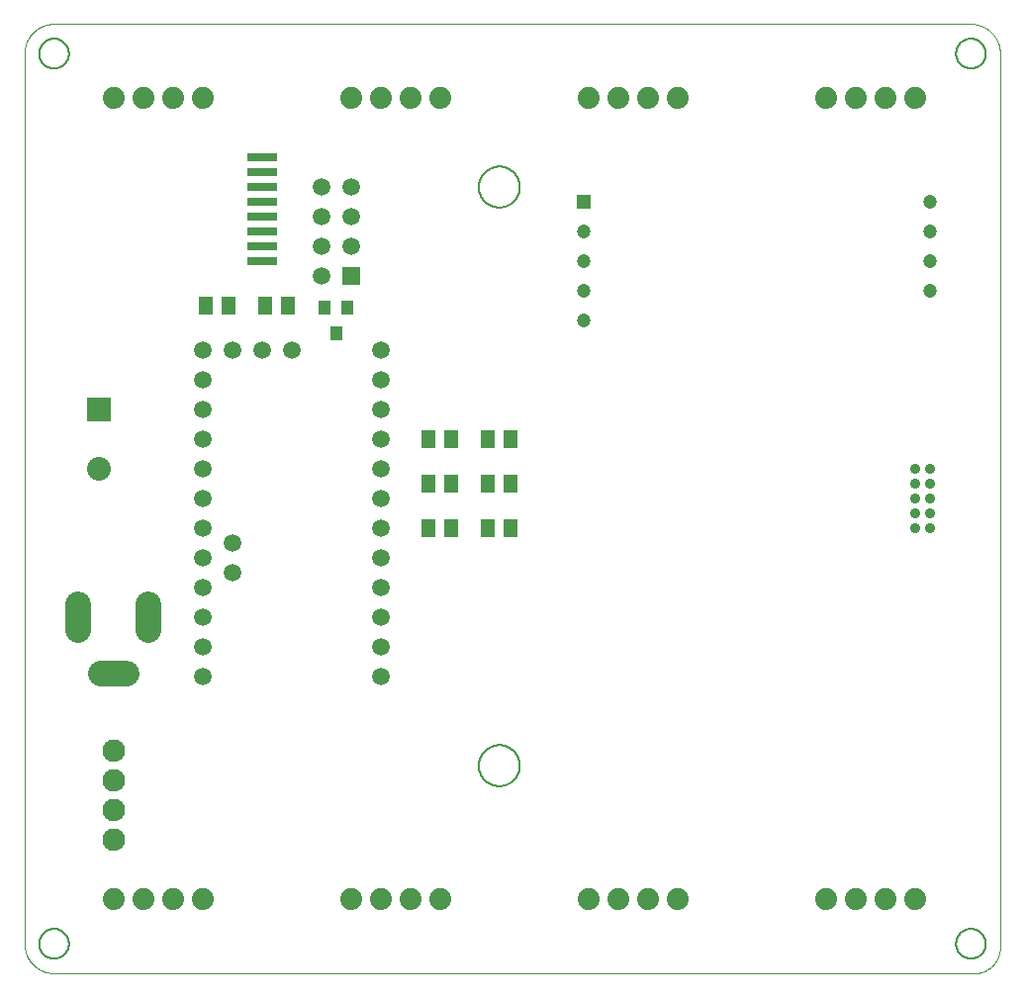
<source format=gts>
G75*
%MOIN*%
%OFA0B0*%
%FSLAX25Y25*%
%IPPOS*%
%LPD*%
%AMOC8*
5,1,8,0,0,1.08239X$1,22.5*
%
%ADD10C,0.00000*%
%ADD11C,0.00600*%
%ADD12C,0.07400*%
%ADD13C,0.08600*%
%ADD14C,0.05906*%
%ADD15R,0.04724X0.04724*%
%ADD16C,0.04724*%
%ADD17R,0.10000X0.03000*%
%ADD18R,0.05118X0.05906*%
%ADD19R,0.08000X0.08000*%
%ADD20C,0.08000*%
%ADD21R,0.04000X0.04724*%
%ADD22C,0.03562*%
%ADD23C,0.07600*%
%ADD24R,0.05906X0.05906*%
D10*
X0013520Y0011600D02*
X0013520Y0311561D01*
X0013523Y0311803D01*
X0013532Y0312044D01*
X0013546Y0312285D01*
X0013567Y0312526D01*
X0013593Y0312766D01*
X0013625Y0313006D01*
X0013663Y0313245D01*
X0013706Y0313482D01*
X0013756Y0313719D01*
X0013811Y0313954D01*
X0013871Y0314188D01*
X0013938Y0314420D01*
X0014009Y0314651D01*
X0014087Y0314880D01*
X0014170Y0315107D01*
X0014258Y0315332D01*
X0014352Y0315555D01*
X0014451Y0315775D01*
X0014556Y0315993D01*
X0014665Y0316208D01*
X0014780Y0316421D01*
X0014900Y0316631D01*
X0015025Y0316837D01*
X0015155Y0317041D01*
X0015290Y0317242D01*
X0015430Y0317439D01*
X0015574Y0317633D01*
X0015723Y0317823D01*
X0015877Y0318009D01*
X0016035Y0318192D01*
X0016197Y0318371D01*
X0016364Y0318546D01*
X0016535Y0318717D01*
X0016710Y0318884D01*
X0016889Y0319046D01*
X0017072Y0319204D01*
X0017258Y0319358D01*
X0017448Y0319507D01*
X0017642Y0319651D01*
X0017839Y0319791D01*
X0018040Y0319926D01*
X0018244Y0320056D01*
X0018450Y0320181D01*
X0018660Y0320301D01*
X0018873Y0320416D01*
X0019088Y0320525D01*
X0019306Y0320630D01*
X0019526Y0320729D01*
X0019749Y0320823D01*
X0019974Y0320911D01*
X0020201Y0320994D01*
X0020430Y0321072D01*
X0020661Y0321143D01*
X0020893Y0321210D01*
X0021127Y0321270D01*
X0021362Y0321325D01*
X0021599Y0321375D01*
X0021836Y0321418D01*
X0022075Y0321456D01*
X0022315Y0321488D01*
X0022555Y0321514D01*
X0022796Y0321535D01*
X0023037Y0321549D01*
X0023278Y0321558D01*
X0023520Y0321561D01*
X0332260Y0321561D01*
X0332501Y0321558D01*
X0332741Y0321549D01*
X0332982Y0321535D01*
X0333221Y0321514D01*
X0333461Y0321488D01*
X0333699Y0321456D01*
X0333937Y0321419D01*
X0334174Y0321375D01*
X0334409Y0321326D01*
X0334644Y0321272D01*
X0334877Y0321211D01*
X0335108Y0321145D01*
X0335338Y0321073D01*
X0335566Y0320996D01*
X0335792Y0320914D01*
X0336016Y0320826D01*
X0336238Y0320732D01*
X0336458Y0320633D01*
X0336675Y0320529D01*
X0336889Y0320420D01*
X0337101Y0320306D01*
X0337310Y0320186D01*
X0337516Y0320062D01*
X0337719Y0319932D01*
X0337918Y0319798D01*
X0338115Y0319659D01*
X0338308Y0319515D01*
X0338497Y0319366D01*
X0338683Y0319213D01*
X0338865Y0319056D01*
X0339044Y0318894D01*
X0339218Y0318728D01*
X0339388Y0318558D01*
X0339554Y0318384D01*
X0339716Y0318205D01*
X0339873Y0318023D01*
X0340026Y0317837D01*
X0340175Y0317648D01*
X0340319Y0317455D01*
X0340458Y0317258D01*
X0340592Y0317059D01*
X0340722Y0316856D01*
X0340846Y0316650D01*
X0340966Y0316441D01*
X0341080Y0316229D01*
X0341189Y0316015D01*
X0341293Y0315798D01*
X0341392Y0315578D01*
X0341486Y0315356D01*
X0341574Y0315132D01*
X0341656Y0314906D01*
X0341733Y0314678D01*
X0341805Y0314448D01*
X0341871Y0314217D01*
X0341932Y0313984D01*
X0341986Y0313749D01*
X0342035Y0313514D01*
X0342079Y0313277D01*
X0342116Y0313039D01*
X0342148Y0312801D01*
X0342174Y0312561D01*
X0342195Y0312322D01*
X0342209Y0312081D01*
X0342218Y0311841D01*
X0342221Y0311600D01*
X0342220Y0311600D02*
X0342220Y0010301D01*
X0342221Y0010301D02*
X0342218Y0010091D01*
X0342211Y0009881D01*
X0342198Y0009671D01*
X0342180Y0009461D01*
X0342158Y0009252D01*
X0342130Y0009044D01*
X0342097Y0008836D01*
X0342059Y0008629D01*
X0342016Y0008423D01*
X0341968Y0008219D01*
X0341915Y0008015D01*
X0341858Y0007813D01*
X0341795Y0007612D01*
X0341728Y0007413D01*
X0341656Y0007216D01*
X0341579Y0007020D01*
X0341497Y0006826D01*
X0341411Y0006634D01*
X0341320Y0006445D01*
X0341224Y0006257D01*
X0341124Y0006072D01*
X0341020Y0005890D01*
X0340911Y0005710D01*
X0340798Y0005533D01*
X0340681Y0005358D01*
X0340559Y0005187D01*
X0340434Y0005018D01*
X0340304Y0004853D01*
X0340170Y0004690D01*
X0340033Y0004531D01*
X0339891Y0004375D01*
X0339746Y0004223D01*
X0339598Y0004075D01*
X0339446Y0003930D01*
X0339290Y0003788D01*
X0339131Y0003651D01*
X0338968Y0003517D01*
X0338803Y0003387D01*
X0338634Y0003262D01*
X0338463Y0003140D01*
X0338288Y0003023D01*
X0338111Y0002910D01*
X0337931Y0002801D01*
X0337749Y0002697D01*
X0337564Y0002597D01*
X0337376Y0002501D01*
X0337187Y0002410D01*
X0336995Y0002324D01*
X0336801Y0002242D01*
X0336605Y0002165D01*
X0336408Y0002093D01*
X0336209Y0002026D01*
X0336008Y0001963D01*
X0335806Y0001906D01*
X0335602Y0001853D01*
X0335398Y0001805D01*
X0335192Y0001762D01*
X0334985Y0001724D01*
X0334777Y0001691D01*
X0334569Y0001663D01*
X0334360Y0001641D01*
X0334150Y0001623D01*
X0333940Y0001610D01*
X0333730Y0001603D01*
X0333520Y0001600D01*
X0023520Y0001600D01*
X0023278Y0001603D01*
X0023037Y0001612D01*
X0022796Y0001626D01*
X0022555Y0001647D01*
X0022315Y0001673D01*
X0022075Y0001705D01*
X0021836Y0001743D01*
X0021599Y0001786D01*
X0021362Y0001836D01*
X0021127Y0001891D01*
X0020893Y0001951D01*
X0020661Y0002018D01*
X0020430Y0002089D01*
X0020201Y0002167D01*
X0019974Y0002250D01*
X0019749Y0002338D01*
X0019526Y0002432D01*
X0019306Y0002531D01*
X0019088Y0002636D01*
X0018873Y0002745D01*
X0018660Y0002860D01*
X0018450Y0002980D01*
X0018244Y0003105D01*
X0018040Y0003235D01*
X0017839Y0003370D01*
X0017642Y0003510D01*
X0017448Y0003654D01*
X0017258Y0003803D01*
X0017072Y0003957D01*
X0016889Y0004115D01*
X0016710Y0004277D01*
X0016535Y0004444D01*
X0016364Y0004615D01*
X0016197Y0004790D01*
X0016035Y0004969D01*
X0015877Y0005152D01*
X0015723Y0005338D01*
X0015574Y0005528D01*
X0015430Y0005722D01*
X0015290Y0005919D01*
X0015155Y0006120D01*
X0015025Y0006324D01*
X0014900Y0006530D01*
X0014780Y0006740D01*
X0014665Y0006953D01*
X0014556Y0007168D01*
X0014451Y0007386D01*
X0014352Y0007606D01*
X0014258Y0007829D01*
X0014170Y0008054D01*
X0014087Y0008281D01*
X0014009Y0008510D01*
X0013938Y0008741D01*
X0013871Y0008973D01*
X0013811Y0009207D01*
X0013756Y0009442D01*
X0013706Y0009679D01*
X0013663Y0009916D01*
X0013625Y0010155D01*
X0013593Y0010395D01*
X0013567Y0010635D01*
X0013546Y0010876D01*
X0013532Y0011117D01*
X0013523Y0011358D01*
X0013520Y0011600D01*
D11*
X0018520Y0011600D02*
X0018522Y0011741D01*
X0018528Y0011882D01*
X0018538Y0012022D01*
X0018552Y0012162D01*
X0018570Y0012302D01*
X0018591Y0012441D01*
X0018617Y0012580D01*
X0018646Y0012718D01*
X0018680Y0012854D01*
X0018717Y0012990D01*
X0018758Y0013125D01*
X0018803Y0013259D01*
X0018852Y0013391D01*
X0018904Y0013522D01*
X0018960Y0013651D01*
X0019020Y0013778D01*
X0019083Y0013904D01*
X0019149Y0014028D01*
X0019220Y0014151D01*
X0019293Y0014271D01*
X0019370Y0014389D01*
X0019450Y0014505D01*
X0019534Y0014618D01*
X0019620Y0014729D01*
X0019710Y0014838D01*
X0019803Y0014944D01*
X0019898Y0015047D01*
X0019997Y0015148D01*
X0020098Y0015246D01*
X0020202Y0015341D01*
X0020309Y0015433D01*
X0020418Y0015522D01*
X0020530Y0015607D01*
X0020644Y0015690D01*
X0020760Y0015770D01*
X0020879Y0015846D01*
X0021000Y0015918D01*
X0021122Y0015988D01*
X0021247Y0016053D01*
X0021373Y0016116D01*
X0021501Y0016174D01*
X0021631Y0016229D01*
X0021762Y0016281D01*
X0021895Y0016328D01*
X0022029Y0016372D01*
X0022164Y0016413D01*
X0022300Y0016449D01*
X0022437Y0016481D01*
X0022575Y0016510D01*
X0022713Y0016535D01*
X0022853Y0016555D01*
X0022993Y0016572D01*
X0023133Y0016585D01*
X0023274Y0016594D01*
X0023414Y0016599D01*
X0023555Y0016600D01*
X0023696Y0016597D01*
X0023837Y0016590D01*
X0023977Y0016579D01*
X0024117Y0016564D01*
X0024257Y0016545D01*
X0024396Y0016523D01*
X0024534Y0016496D01*
X0024672Y0016466D01*
X0024808Y0016431D01*
X0024944Y0016393D01*
X0025078Y0016351D01*
X0025212Y0016305D01*
X0025344Y0016256D01*
X0025474Y0016202D01*
X0025603Y0016145D01*
X0025730Y0016085D01*
X0025856Y0016021D01*
X0025979Y0015953D01*
X0026101Y0015882D01*
X0026221Y0015808D01*
X0026338Y0015730D01*
X0026453Y0015649D01*
X0026566Y0015565D01*
X0026677Y0015478D01*
X0026785Y0015387D01*
X0026890Y0015294D01*
X0026993Y0015197D01*
X0027093Y0015098D01*
X0027190Y0014996D01*
X0027284Y0014891D01*
X0027375Y0014784D01*
X0027463Y0014674D01*
X0027548Y0014562D01*
X0027630Y0014447D01*
X0027709Y0014330D01*
X0027784Y0014211D01*
X0027856Y0014090D01*
X0027924Y0013967D01*
X0027989Y0013842D01*
X0028051Y0013715D01*
X0028108Y0013586D01*
X0028163Y0013456D01*
X0028213Y0013325D01*
X0028260Y0013192D01*
X0028303Y0013058D01*
X0028342Y0012922D01*
X0028377Y0012786D01*
X0028409Y0012649D01*
X0028436Y0012511D01*
X0028460Y0012372D01*
X0028480Y0012232D01*
X0028496Y0012092D01*
X0028508Y0011952D01*
X0028516Y0011811D01*
X0028520Y0011670D01*
X0028520Y0011530D01*
X0028516Y0011389D01*
X0028508Y0011248D01*
X0028496Y0011108D01*
X0028480Y0010968D01*
X0028460Y0010828D01*
X0028436Y0010689D01*
X0028409Y0010551D01*
X0028377Y0010414D01*
X0028342Y0010278D01*
X0028303Y0010142D01*
X0028260Y0010008D01*
X0028213Y0009875D01*
X0028163Y0009744D01*
X0028108Y0009614D01*
X0028051Y0009485D01*
X0027989Y0009358D01*
X0027924Y0009233D01*
X0027856Y0009110D01*
X0027784Y0008989D01*
X0027709Y0008870D01*
X0027630Y0008753D01*
X0027548Y0008638D01*
X0027463Y0008526D01*
X0027375Y0008416D01*
X0027284Y0008309D01*
X0027190Y0008204D01*
X0027093Y0008102D01*
X0026993Y0008003D01*
X0026890Y0007906D01*
X0026785Y0007813D01*
X0026677Y0007722D01*
X0026566Y0007635D01*
X0026453Y0007551D01*
X0026338Y0007470D01*
X0026221Y0007392D01*
X0026101Y0007318D01*
X0025979Y0007247D01*
X0025856Y0007179D01*
X0025730Y0007115D01*
X0025603Y0007055D01*
X0025474Y0006998D01*
X0025344Y0006944D01*
X0025212Y0006895D01*
X0025078Y0006849D01*
X0024944Y0006807D01*
X0024808Y0006769D01*
X0024672Y0006734D01*
X0024534Y0006704D01*
X0024396Y0006677D01*
X0024257Y0006655D01*
X0024117Y0006636D01*
X0023977Y0006621D01*
X0023837Y0006610D01*
X0023696Y0006603D01*
X0023555Y0006600D01*
X0023414Y0006601D01*
X0023274Y0006606D01*
X0023133Y0006615D01*
X0022993Y0006628D01*
X0022853Y0006645D01*
X0022713Y0006665D01*
X0022575Y0006690D01*
X0022437Y0006719D01*
X0022300Y0006751D01*
X0022164Y0006787D01*
X0022029Y0006828D01*
X0021895Y0006872D01*
X0021762Y0006919D01*
X0021631Y0006971D01*
X0021501Y0007026D01*
X0021373Y0007084D01*
X0021247Y0007147D01*
X0021122Y0007212D01*
X0021000Y0007282D01*
X0020879Y0007354D01*
X0020760Y0007430D01*
X0020644Y0007510D01*
X0020530Y0007593D01*
X0020418Y0007678D01*
X0020309Y0007767D01*
X0020202Y0007859D01*
X0020098Y0007954D01*
X0019997Y0008052D01*
X0019898Y0008153D01*
X0019803Y0008256D01*
X0019710Y0008362D01*
X0019620Y0008471D01*
X0019534Y0008582D01*
X0019450Y0008695D01*
X0019370Y0008811D01*
X0019293Y0008929D01*
X0019220Y0009049D01*
X0019149Y0009172D01*
X0019083Y0009296D01*
X0019020Y0009422D01*
X0018960Y0009549D01*
X0018904Y0009678D01*
X0018852Y0009809D01*
X0018803Y0009941D01*
X0018758Y0010075D01*
X0018717Y0010210D01*
X0018680Y0010346D01*
X0018646Y0010482D01*
X0018617Y0010620D01*
X0018591Y0010759D01*
X0018570Y0010898D01*
X0018552Y0011038D01*
X0018538Y0011178D01*
X0018528Y0011318D01*
X0018522Y0011459D01*
X0018520Y0011600D01*
X0166630Y0071600D02*
X0166632Y0071769D01*
X0166638Y0071938D01*
X0166649Y0072107D01*
X0166663Y0072275D01*
X0166682Y0072443D01*
X0166705Y0072611D01*
X0166731Y0072778D01*
X0166762Y0072944D01*
X0166797Y0073110D01*
X0166836Y0073274D01*
X0166880Y0073438D01*
X0166927Y0073600D01*
X0166978Y0073761D01*
X0167033Y0073921D01*
X0167092Y0074080D01*
X0167154Y0074237D01*
X0167221Y0074392D01*
X0167292Y0074546D01*
X0167366Y0074698D01*
X0167444Y0074848D01*
X0167525Y0074996D01*
X0167610Y0075142D01*
X0167699Y0075286D01*
X0167791Y0075428D01*
X0167887Y0075567D01*
X0167986Y0075704D01*
X0168088Y0075839D01*
X0168194Y0075971D01*
X0168303Y0076100D01*
X0168415Y0076227D01*
X0168530Y0076351D01*
X0168648Y0076472D01*
X0168769Y0076590D01*
X0168893Y0076705D01*
X0169020Y0076817D01*
X0169149Y0076926D01*
X0169281Y0077032D01*
X0169416Y0077134D01*
X0169553Y0077233D01*
X0169692Y0077329D01*
X0169834Y0077421D01*
X0169978Y0077510D01*
X0170124Y0077595D01*
X0170272Y0077676D01*
X0170422Y0077754D01*
X0170574Y0077828D01*
X0170728Y0077899D01*
X0170883Y0077966D01*
X0171040Y0078028D01*
X0171199Y0078087D01*
X0171359Y0078142D01*
X0171520Y0078193D01*
X0171682Y0078240D01*
X0171846Y0078284D01*
X0172010Y0078323D01*
X0172176Y0078358D01*
X0172342Y0078389D01*
X0172509Y0078415D01*
X0172677Y0078438D01*
X0172845Y0078457D01*
X0173013Y0078471D01*
X0173182Y0078482D01*
X0173351Y0078488D01*
X0173520Y0078490D01*
X0173689Y0078488D01*
X0173858Y0078482D01*
X0174027Y0078471D01*
X0174195Y0078457D01*
X0174363Y0078438D01*
X0174531Y0078415D01*
X0174698Y0078389D01*
X0174864Y0078358D01*
X0175030Y0078323D01*
X0175194Y0078284D01*
X0175358Y0078240D01*
X0175520Y0078193D01*
X0175681Y0078142D01*
X0175841Y0078087D01*
X0176000Y0078028D01*
X0176157Y0077966D01*
X0176312Y0077899D01*
X0176466Y0077828D01*
X0176618Y0077754D01*
X0176768Y0077676D01*
X0176916Y0077595D01*
X0177062Y0077510D01*
X0177206Y0077421D01*
X0177348Y0077329D01*
X0177487Y0077233D01*
X0177624Y0077134D01*
X0177759Y0077032D01*
X0177891Y0076926D01*
X0178020Y0076817D01*
X0178147Y0076705D01*
X0178271Y0076590D01*
X0178392Y0076472D01*
X0178510Y0076351D01*
X0178625Y0076227D01*
X0178737Y0076100D01*
X0178846Y0075971D01*
X0178952Y0075839D01*
X0179054Y0075704D01*
X0179153Y0075567D01*
X0179249Y0075428D01*
X0179341Y0075286D01*
X0179430Y0075142D01*
X0179515Y0074996D01*
X0179596Y0074848D01*
X0179674Y0074698D01*
X0179748Y0074546D01*
X0179819Y0074392D01*
X0179886Y0074237D01*
X0179948Y0074080D01*
X0180007Y0073921D01*
X0180062Y0073761D01*
X0180113Y0073600D01*
X0180160Y0073438D01*
X0180204Y0073274D01*
X0180243Y0073110D01*
X0180278Y0072944D01*
X0180309Y0072778D01*
X0180335Y0072611D01*
X0180358Y0072443D01*
X0180377Y0072275D01*
X0180391Y0072107D01*
X0180402Y0071938D01*
X0180408Y0071769D01*
X0180410Y0071600D01*
X0180408Y0071431D01*
X0180402Y0071262D01*
X0180391Y0071093D01*
X0180377Y0070925D01*
X0180358Y0070757D01*
X0180335Y0070589D01*
X0180309Y0070422D01*
X0180278Y0070256D01*
X0180243Y0070090D01*
X0180204Y0069926D01*
X0180160Y0069762D01*
X0180113Y0069600D01*
X0180062Y0069439D01*
X0180007Y0069279D01*
X0179948Y0069120D01*
X0179886Y0068963D01*
X0179819Y0068808D01*
X0179748Y0068654D01*
X0179674Y0068502D01*
X0179596Y0068352D01*
X0179515Y0068204D01*
X0179430Y0068058D01*
X0179341Y0067914D01*
X0179249Y0067772D01*
X0179153Y0067633D01*
X0179054Y0067496D01*
X0178952Y0067361D01*
X0178846Y0067229D01*
X0178737Y0067100D01*
X0178625Y0066973D01*
X0178510Y0066849D01*
X0178392Y0066728D01*
X0178271Y0066610D01*
X0178147Y0066495D01*
X0178020Y0066383D01*
X0177891Y0066274D01*
X0177759Y0066168D01*
X0177624Y0066066D01*
X0177487Y0065967D01*
X0177348Y0065871D01*
X0177206Y0065779D01*
X0177062Y0065690D01*
X0176916Y0065605D01*
X0176768Y0065524D01*
X0176618Y0065446D01*
X0176466Y0065372D01*
X0176312Y0065301D01*
X0176157Y0065234D01*
X0176000Y0065172D01*
X0175841Y0065113D01*
X0175681Y0065058D01*
X0175520Y0065007D01*
X0175358Y0064960D01*
X0175194Y0064916D01*
X0175030Y0064877D01*
X0174864Y0064842D01*
X0174698Y0064811D01*
X0174531Y0064785D01*
X0174363Y0064762D01*
X0174195Y0064743D01*
X0174027Y0064729D01*
X0173858Y0064718D01*
X0173689Y0064712D01*
X0173520Y0064710D01*
X0173351Y0064712D01*
X0173182Y0064718D01*
X0173013Y0064729D01*
X0172845Y0064743D01*
X0172677Y0064762D01*
X0172509Y0064785D01*
X0172342Y0064811D01*
X0172176Y0064842D01*
X0172010Y0064877D01*
X0171846Y0064916D01*
X0171682Y0064960D01*
X0171520Y0065007D01*
X0171359Y0065058D01*
X0171199Y0065113D01*
X0171040Y0065172D01*
X0170883Y0065234D01*
X0170728Y0065301D01*
X0170574Y0065372D01*
X0170422Y0065446D01*
X0170272Y0065524D01*
X0170124Y0065605D01*
X0169978Y0065690D01*
X0169834Y0065779D01*
X0169692Y0065871D01*
X0169553Y0065967D01*
X0169416Y0066066D01*
X0169281Y0066168D01*
X0169149Y0066274D01*
X0169020Y0066383D01*
X0168893Y0066495D01*
X0168769Y0066610D01*
X0168648Y0066728D01*
X0168530Y0066849D01*
X0168415Y0066973D01*
X0168303Y0067100D01*
X0168194Y0067229D01*
X0168088Y0067361D01*
X0167986Y0067496D01*
X0167887Y0067633D01*
X0167791Y0067772D01*
X0167699Y0067914D01*
X0167610Y0068058D01*
X0167525Y0068204D01*
X0167444Y0068352D01*
X0167366Y0068502D01*
X0167292Y0068654D01*
X0167221Y0068808D01*
X0167154Y0068963D01*
X0167092Y0069120D01*
X0167033Y0069279D01*
X0166978Y0069439D01*
X0166927Y0069600D01*
X0166880Y0069762D01*
X0166836Y0069926D01*
X0166797Y0070090D01*
X0166762Y0070256D01*
X0166731Y0070422D01*
X0166705Y0070589D01*
X0166682Y0070757D01*
X0166663Y0070925D01*
X0166649Y0071093D01*
X0166638Y0071262D01*
X0166632Y0071431D01*
X0166630Y0071600D01*
X0327417Y0011600D02*
X0327419Y0011741D01*
X0327425Y0011882D01*
X0327435Y0012022D01*
X0327449Y0012162D01*
X0327467Y0012302D01*
X0327488Y0012441D01*
X0327514Y0012580D01*
X0327543Y0012718D01*
X0327577Y0012854D01*
X0327614Y0012990D01*
X0327655Y0013125D01*
X0327700Y0013259D01*
X0327749Y0013391D01*
X0327801Y0013522D01*
X0327857Y0013651D01*
X0327917Y0013778D01*
X0327980Y0013904D01*
X0328046Y0014028D01*
X0328117Y0014151D01*
X0328190Y0014271D01*
X0328267Y0014389D01*
X0328347Y0014505D01*
X0328431Y0014618D01*
X0328517Y0014729D01*
X0328607Y0014838D01*
X0328700Y0014944D01*
X0328795Y0015047D01*
X0328894Y0015148D01*
X0328995Y0015246D01*
X0329099Y0015341D01*
X0329206Y0015433D01*
X0329315Y0015522D01*
X0329427Y0015607D01*
X0329541Y0015690D01*
X0329657Y0015770D01*
X0329776Y0015846D01*
X0329897Y0015918D01*
X0330019Y0015988D01*
X0330144Y0016053D01*
X0330270Y0016116D01*
X0330398Y0016174D01*
X0330528Y0016229D01*
X0330659Y0016281D01*
X0330792Y0016328D01*
X0330926Y0016372D01*
X0331061Y0016413D01*
X0331197Y0016449D01*
X0331334Y0016481D01*
X0331472Y0016510D01*
X0331610Y0016535D01*
X0331750Y0016555D01*
X0331890Y0016572D01*
X0332030Y0016585D01*
X0332171Y0016594D01*
X0332311Y0016599D01*
X0332452Y0016600D01*
X0332593Y0016597D01*
X0332734Y0016590D01*
X0332874Y0016579D01*
X0333014Y0016564D01*
X0333154Y0016545D01*
X0333293Y0016523D01*
X0333431Y0016496D01*
X0333569Y0016466D01*
X0333705Y0016431D01*
X0333841Y0016393D01*
X0333975Y0016351D01*
X0334109Y0016305D01*
X0334241Y0016256D01*
X0334371Y0016202D01*
X0334500Y0016145D01*
X0334627Y0016085D01*
X0334753Y0016021D01*
X0334876Y0015953D01*
X0334998Y0015882D01*
X0335118Y0015808D01*
X0335235Y0015730D01*
X0335350Y0015649D01*
X0335463Y0015565D01*
X0335574Y0015478D01*
X0335682Y0015387D01*
X0335787Y0015294D01*
X0335890Y0015197D01*
X0335990Y0015098D01*
X0336087Y0014996D01*
X0336181Y0014891D01*
X0336272Y0014784D01*
X0336360Y0014674D01*
X0336445Y0014562D01*
X0336527Y0014447D01*
X0336606Y0014330D01*
X0336681Y0014211D01*
X0336753Y0014090D01*
X0336821Y0013967D01*
X0336886Y0013842D01*
X0336948Y0013715D01*
X0337005Y0013586D01*
X0337060Y0013456D01*
X0337110Y0013325D01*
X0337157Y0013192D01*
X0337200Y0013058D01*
X0337239Y0012922D01*
X0337274Y0012786D01*
X0337306Y0012649D01*
X0337333Y0012511D01*
X0337357Y0012372D01*
X0337377Y0012232D01*
X0337393Y0012092D01*
X0337405Y0011952D01*
X0337413Y0011811D01*
X0337417Y0011670D01*
X0337417Y0011530D01*
X0337413Y0011389D01*
X0337405Y0011248D01*
X0337393Y0011108D01*
X0337377Y0010968D01*
X0337357Y0010828D01*
X0337333Y0010689D01*
X0337306Y0010551D01*
X0337274Y0010414D01*
X0337239Y0010278D01*
X0337200Y0010142D01*
X0337157Y0010008D01*
X0337110Y0009875D01*
X0337060Y0009744D01*
X0337005Y0009614D01*
X0336948Y0009485D01*
X0336886Y0009358D01*
X0336821Y0009233D01*
X0336753Y0009110D01*
X0336681Y0008989D01*
X0336606Y0008870D01*
X0336527Y0008753D01*
X0336445Y0008638D01*
X0336360Y0008526D01*
X0336272Y0008416D01*
X0336181Y0008309D01*
X0336087Y0008204D01*
X0335990Y0008102D01*
X0335890Y0008003D01*
X0335787Y0007906D01*
X0335682Y0007813D01*
X0335574Y0007722D01*
X0335463Y0007635D01*
X0335350Y0007551D01*
X0335235Y0007470D01*
X0335118Y0007392D01*
X0334998Y0007318D01*
X0334876Y0007247D01*
X0334753Y0007179D01*
X0334627Y0007115D01*
X0334500Y0007055D01*
X0334371Y0006998D01*
X0334241Y0006944D01*
X0334109Y0006895D01*
X0333975Y0006849D01*
X0333841Y0006807D01*
X0333705Y0006769D01*
X0333569Y0006734D01*
X0333431Y0006704D01*
X0333293Y0006677D01*
X0333154Y0006655D01*
X0333014Y0006636D01*
X0332874Y0006621D01*
X0332734Y0006610D01*
X0332593Y0006603D01*
X0332452Y0006600D01*
X0332311Y0006601D01*
X0332171Y0006606D01*
X0332030Y0006615D01*
X0331890Y0006628D01*
X0331750Y0006645D01*
X0331610Y0006665D01*
X0331472Y0006690D01*
X0331334Y0006719D01*
X0331197Y0006751D01*
X0331061Y0006787D01*
X0330926Y0006828D01*
X0330792Y0006872D01*
X0330659Y0006919D01*
X0330528Y0006971D01*
X0330398Y0007026D01*
X0330270Y0007084D01*
X0330144Y0007147D01*
X0330019Y0007212D01*
X0329897Y0007282D01*
X0329776Y0007354D01*
X0329657Y0007430D01*
X0329541Y0007510D01*
X0329427Y0007593D01*
X0329315Y0007678D01*
X0329206Y0007767D01*
X0329099Y0007859D01*
X0328995Y0007954D01*
X0328894Y0008052D01*
X0328795Y0008153D01*
X0328700Y0008256D01*
X0328607Y0008362D01*
X0328517Y0008471D01*
X0328431Y0008582D01*
X0328347Y0008695D01*
X0328267Y0008811D01*
X0328190Y0008929D01*
X0328117Y0009049D01*
X0328046Y0009172D01*
X0327980Y0009296D01*
X0327917Y0009422D01*
X0327857Y0009549D01*
X0327801Y0009678D01*
X0327749Y0009809D01*
X0327700Y0009941D01*
X0327655Y0010075D01*
X0327614Y0010210D01*
X0327577Y0010346D01*
X0327543Y0010482D01*
X0327514Y0010620D01*
X0327488Y0010759D01*
X0327467Y0010898D01*
X0327449Y0011038D01*
X0327435Y0011178D01*
X0327425Y0011318D01*
X0327419Y0011459D01*
X0327417Y0011600D01*
X0166630Y0266600D02*
X0166632Y0266769D01*
X0166638Y0266938D01*
X0166649Y0267107D01*
X0166663Y0267275D01*
X0166682Y0267443D01*
X0166705Y0267611D01*
X0166731Y0267778D01*
X0166762Y0267944D01*
X0166797Y0268110D01*
X0166836Y0268274D01*
X0166880Y0268438D01*
X0166927Y0268600D01*
X0166978Y0268761D01*
X0167033Y0268921D01*
X0167092Y0269080D01*
X0167154Y0269237D01*
X0167221Y0269392D01*
X0167292Y0269546D01*
X0167366Y0269698D01*
X0167444Y0269848D01*
X0167525Y0269996D01*
X0167610Y0270142D01*
X0167699Y0270286D01*
X0167791Y0270428D01*
X0167887Y0270567D01*
X0167986Y0270704D01*
X0168088Y0270839D01*
X0168194Y0270971D01*
X0168303Y0271100D01*
X0168415Y0271227D01*
X0168530Y0271351D01*
X0168648Y0271472D01*
X0168769Y0271590D01*
X0168893Y0271705D01*
X0169020Y0271817D01*
X0169149Y0271926D01*
X0169281Y0272032D01*
X0169416Y0272134D01*
X0169553Y0272233D01*
X0169692Y0272329D01*
X0169834Y0272421D01*
X0169978Y0272510D01*
X0170124Y0272595D01*
X0170272Y0272676D01*
X0170422Y0272754D01*
X0170574Y0272828D01*
X0170728Y0272899D01*
X0170883Y0272966D01*
X0171040Y0273028D01*
X0171199Y0273087D01*
X0171359Y0273142D01*
X0171520Y0273193D01*
X0171682Y0273240D01*
X0171846Y0273284D01*
X0172010Y0273323D01*
X0172176Y0273358D01*
X0172342Y0273389D01*
X0172509Y0273415D01*
X0172677Y0273438D01*
X0172845Y0273457D01*
X0173013Y0273471D01*
X0173182Y0273482D01*
X0173351Y0273488D01*
X0173520Y0273490D01*
X0173689Y0273488D01*
X0173858Y0273482D01*
X0174027Y0273471D01*
X0174195Y0273457D01*
X0174363Y0273438D01*
X0174531Y0273415D01*
X0174698Y0273389D01*
X0174864Y0273358D01*
X0175030Y0273323D01*
X0175194Y0273284D01*
X0175358Y0273240D01*
X0175520Y0273193D01*
X0175681Y0273142D01*
X0175841Y0273087D01*
X0176000Y0273028D01*
X0176157Y0272966D01*
X0176312Y0272899D01*
X0176466Y0272828D01*
X0176618Y0272754D01*
X0176768Y0272676D01*
X0176916Y0272595D01*
X0177062Y0272510D01*
X0177206Y0272421D01*
X0177348Y0272329D01*
X0177487Y0272233D01*
X0177624Y0272134D01*
X0177759Y0272032D01*
X0177891Y0271926D01*
X0178020Y0271817D01*
X0178147Y0271705D01*
X0178271Y0271590D01*
X0178392Y0271472D01*
X0178510Y0271351D01*
X0178625Y0271227D01*
X0178737Y0271100D01*
X0178846Y0270971D01*
X0178952Y0270839D01*
X0179054Y0270704D01*
X0179153Y0270567D01*
X0179249Y0270428D01*
X0179341Y0270286D01*
X0179430Y0270142D01*
X0179515Y0269996D01*
X0179596Y0269848D01*
X0179674Y0269698D01*
X0179748Y0269546D01*
X0179819Y0269392D01*
X0179886Y0269237D01*
X0179948Y0269080D01*
X0180007Y0268921D01*
X0180062Y0268761D01*
X0180113Y0268600D01*
X0180160Y0268438D01*
X0180204Y0268274D01*
X0180243Y0268110D01*
X0180278Y0267944D01*
X0180309Y0267778D01*
X0180335Y0267611D01*
X0180358Y0267443D01*
X0180377Y0267275D01*
X0180391Y0267107D01*
X0180402Y0266938D01*
X0180408Y0266769D01*
X0180410Y0266600D01*
X0180408Y0266431D01*
X0180402Y0266262D01*
X0180391Y0266093D01*
X0180377Y0265925D01*
X0180358Y0265757D01*
X0180335Y0265589D01*
X0180309Y0265422D01*
X0180278Y0265256D01*
X0180243Y0265090D01*
X0180204Y0264926D01*
X0180160Y0264762D01*
X0180113Y0264600D01*
X0180062Y0264439D01*
X0180007Y0264279D01*
X0179948Y0264120D01*
X0179886Y0263963D01*
X0179819Y0263808D01*
X0179748Y0263654D01*
X0179674Y0263502D01*
X0179596Y0263352D01*
X0179515Y0263204D01*
X0179430Y0263058D01*
X0179341Y0262914D01*
X0179249Y0262772D01*
X0179153Y0262633D01*
X0179054Y0262496D01*
X0178952Y0262361D01*
X0178846Y0262229D01*
X0178737Y0262100D01*
X0178625Y0261973D01*
X0178510Y0261849D01*
X0178392Y0261728D01*
X0178271Y0261610D01*
X0178147Y0261495D01*
X0178020Y0261383D01*
X0177891Y0261274D01*
X0177759Y0261168D01*
X0177624Y0261066D01*
X0177487Y0260967D01*
X0177348Y0260871D01*
X0177206Y0260779D01*
X0177062Y0260690D01*
X0176916Y0260605D01*
X0176768Y0260524D01*
X0176618Y0260446D01*
X0176466Y0260372D01*
X0176312Y0260301D01*
X0176157Y0260234D01*
X0176000Y0260172D01*
X0175841Y0260113D01*
X0175681Y0260058D01*
X0175520Y0260007D01*
X0175358Y0259960D01*
X0175194Y0259916D01*
X0175030Y0259877D01*
X0174864Y0259842D01*
X0174698Y0259811D01*
X0174531Y0259785D01*
X0174363Y0259762D01*
X0174195Y0259743D01*
X0174027Y0259729D01*
X0173858Y0259718D01*
X0173689Y0259712D01*
X0173520Y0259710D01*
X0173351Y0259712D01*
X0173182Y0259718D01*
X0173013Y0259729D01*
X0172845Y0259743D01*
X0172677Y0259762D01*
X0172509Y0259785D01*
X0172342Y0259811D01*
X0172176Y0259842D01*
X0172010Y0259877D01*
X0171846Y0259916D01*
X0171682Y0259960D01*
X0171520Y0260007D01*
X0171359Y0260058D01*
X0171199Y0260113D01*
X0171040Y0260172D01*
X0170883Y0260234D01*
X0170728Y0260301D01*
X0170574Y0260372D01*
X0170422Y0260446D01*
X0170272Y0260524D01*
X0170124Y0260605D01*
X0169978Y0260690D01*
X0169834Y0260779D01*
X0169692Y0260871D01*
X0169553Y0260967D01*
X0169416Y0261066D01*
X0169281Y0261168D01*
X0169149Y0261274D01*
X0169020Y0261383D01*
X0168893Y0261495D01*
X0168769Y0261610D01*
X0168648Y0261728D01*
X0168530Y0261849D01*
X0168415Y0261973D01*
X0168303Y0262100D01*
X0168194Y0262229D01*
X0168088Y0262361D01*
X0167986Y0262496D01*
X0167887Y0262633D01*
X0167791Y0262772D01*
X0167699Y0262914D01*
X0167610Y0263058D01*
X0167525Y0263204D01*
X0167444Y0263352D01*
X0167366Y0263502D01*
X0167292Y0263654D01*
X0167221Y0263808D01*
X0167154Y0263963D01*
X0167092Y0264120D01*
X0167033Y0264279D01*
X0166978Y0264439D01*
X0166927Y0264600D01*
X0166880Y0264762D01*
X0166836Y0264926D01*
X0166797Y0265090D01*
X0166762Y0265256D01*
X0166731Y0265422D01*
X0166705Y0265589D01*
X0166682Y0265757D01*
X0166663Y0265925D01*
X0166649Y0266093D01*
X0166638Y0266262D01*
X0166632Y0266431D01*
X0166630Y0266600D01*
X0018520Y0311600D02*
X0018522Y0311741D01*
X0018528Y0311882D01*
X0018538Y0312022D01*
X0018552Y0312162D01*
X0018570Y0312302D01*
X0018591Y0312441D01*
X0018617Y0312580D01*
X0018646Y0312718D01*
X0018680Y0312854D01*
X0018717Y0312990D01*
X0018758Y0313125D01*
X0018803Y0313259D01*
X0018852Y0313391D01*
X0018904Y0313522D01*
X0018960Y0313651D01*
X0019020Y0313778D01*
X0019083Y0313904D01*
X0019149Y0314028D01*
X0019220Y0314151D01*
X0019293Y0314271D01*
X0019370Y0314389D01*
X0019450Y0314505D01*
X0019534Y0314618D01*
X0019620Y0314729D01*
X0019710Y0314838D01*
X0019803Y0314944D01*
X0019898Y0315047D01*
X0019997Y0315148D01*
X0020098Y0315246D01*
X0020202Y0315341D01*
X0020309Y0315433D01*
X0020418Y0315522D01*
X0020530Y0315607D01*
X0020644Y0315690D01*
X0020760Y0315770D01*
X0020879Y0315846D01*
X0021000Y0315918D01*
X0021122Y0315988D01*
X0021247Y0316053D01*
X0021373Y0316116D01*
X0021501Y0316174D01*
X0021631Y0316229D01*
X0021762Y0316281D01*
X0021895Y0316328D01*
X0022029Y0316372D01*
X0022164Y0316413D01*
X0022300Y0316449D01*
X0022437Y0316481D01*
X0022575Y0316510D01*
X0022713Y0316535D01*
X0022853Y0316555D01*
X0022993Y0316572D01*
X0023133Y0316585D01*
X0023274Y0316594D01*
X0023414Y0316599D01*
X0023555Y0316600D01*
X0023696Y0316597D01*
X0023837Y0316590D01*
X0023977Y0316579D01*
X0024117Y0316564D01*
X0024257Y0316545D01*
X0024396Y0316523D01*
X0024534Y0316496D01*
X0024672Y0316466D01*
X0024808Y0316431D01*
X0024944Y0316393D01*
X0025078Y0316351D01*
X0025212Y0316305D01*
X0025344Y0316256D01*
X0025474Y0316202D01*
X0025603Y0316145D01*
X0025730Y0316085D01*
X0025856Y0316021D01*
X0025979Y0315953D01*
X0026101Y0315882D01*
X0026221Y0315808D01*
X0026338Y0315730D01*
X0026453Y0315649D01*
X0026566Y0315565D01*
X0026677Y0315478D01*
X0026785Y0315387D01*
X0026890Y0315294D01*
X0026993Y0315197D01*
X0027093Y0315098D01*
X0027190Y0314996D01*
X0027284Y0314891D01*
X0027375Y0314784D01*
X0027463Y0314674D01*
X0027548Y0314562D01*
X0027630Y0314447D01*
X0027709Y0314330D01*
X0027784Y0314211D01*
X0027856Y0314090D01*
X0027924Y0313967D01*
X0027989Y0313842D01*
X0028051Y0313715D01*
X0028108Y0313586D01*
X0028163Y0313456D01*
X0028213Y0313325D01*
X0028260Y0313192D01*
X0028303Y0313058D01*
X0028342Y0312922D01*
X0028377Y0312786D01*
X0028409Y0312649D01*
X0028436Y0312511D01*
X0028460Y0312372D01*
X0028480Y0312232D01*
X0028496Y0312092D01*
X0028508Y0311952D01*
X0028516Y0311811D01*
X0028520Y0311670D01*
X0028520Y0311530D01*
X0028516Y0311389D01*
X0028508Y0311248D01*
X0028496Y0311108D01*
X0028480Y0310968D01*
X0028460Y0310828D01*
X0028436Y0310689D01*
X0028409Y0310551D01*
X0028377Y0310414D01*
X0028342Y0310278D01*
X0028303Y0310142D01*
X0028260Y0310008D01*
X0028213Y0309875D01*
X0028163Y0309744D01*
X0028108Y0309614D01*
X0028051Y0309485D01*
X0027989Y0309358D01*
X0027924Y0309233D01*
X0027856Y0309110D01*
X0027784Y0308989D01*
X0027709Y0308870D01*
X0027630Y0308753D01*
X0027548Y0308638D01*
X0027463Y0308526D01*
X0027375Y0308416D01*
X0027284Y0308309D01*
X0027190Y0308204D01*
X0027093Y0308102D01*
X0026993Y0308003D01*
X0026890Y0307906D01*
X0026785Y0307813D01*
X0026677Y0307722D01*
X0026566Y0307635D01*
X0026453Y0307551D01*
X0026338Y0307470D01*
X0026221Y0307392D01*
X0026101Y0307318D01*
X0025979Y0307247D01*
X0025856Y0307179D01*
X0025730Y0307115D01*
X0025603Y0307055D01*
X0025474Y0306998D01*
X0025344Y0306944D01*
X0025212Y0306895D01*
X0025078Y0306849D01*
X0024944Y0306807D01*
X0024808Y0306769D01*
X0024672Y0306734D01*
X0024534Y0306704D01*
X0024396Y0306677D01*
X0024257Y0306655D01*
X0024117Y0306636D01*
X0023977Y0306621D01*
X0023837Y0306610D01*
X0023696Y0306603D01*
X0023555Y0306600D01*
X0023414Y0306601D01*
X0023274Y0306606D01*
X0023133Y0306615D01*
X0022993Y0306628D01*
X0022853Y0306645D01*
X0022713Y0306665D01*
X0022575Y0306690D01*
X0022437Y0306719D01*
X0022300Y0306751D01*
X0022164Y0306787D01*
X0022029Y0306828D01*
X0021895Y0306872D01*
X0021762Y0306919D01*
X0021631Y0306971D01*
X0021501Y0307026D01*
X0021373Y0307084D01*
X0021247Y0307147D01*
X0021122Y0307212D01*
X0021000Y0307282D01*
X0020879Y0307354D01*
X0020760Y0307430D01*
X0020644Y0307510D01*
X0020530Y0307593D01*
X0020418Y0307678D01*
X0020309Y0307767D01*
X0020202Y0307859D01*
X0020098Y0307954D01*
X0019997Y0308052D01*
X0019898Y0308153D01*
X0019803Y0308256D01*
X0019710Y0308362D01*
X0019620Y0308471D01*
X0019534Y0308582D01*
X0019450Y0308695D01*
X0019370Y0308811D01*
X0019293Y0308929D01*
X0019220Y0309049D01*
X0019149Y0309172D01*
X0019083Y0309296D01*
X0019020Y0309422D01*
X0018960Y0309549D01*
X0018904Y0309678D01*
X0018852Y0309809D01*
X0018803Y0309941D01*
X0018758Y0310075D01*
X0018717Y0310210D01*
X0018680Y0310346D01*
X0018646Y0310482D01*
X0018617Y0310620D01*
X0018591Y0310759D01*
X0018570Y0310898D01*
X0018552Y0311038D01*
X0018538Y0311178D01*
X0018528Y0311318D01*
X0018522Y0311459D01*
X0018520Y0311600D01*
X0327417Y0311600D02*
X0327419Y0311741D01*
X0327425Y0311882D01*
X0327435Y0312022D01*
X0327449Y0312162D01*
X0327467Y0312302D01*
X0327488Y0312441D01*
X0327514Y0312580D01*
X0327543Y0312718D01*
X0327577Y0312854D01*
X0327614Y0312990D01*
X0327655Y0313125D01*
X0327700Y0313259D01*
X0327749Y0313391D01*
X0327801Y0313522D01*
X0327857Y0313651D01*
X0327917Y0313778D01*
X0327980Y0313904D01*
X0328046Y0314028D01*
X0328117Y0314151D01*
X0328190Y0314271D01*
X0328267Y0314389D01*
X0328347Y0314505D01*
X0328431Y0314618D01*
X0328517Y0314729D01*
X0328607Y0314838D01*
X0328700Y0314944D01*
X0328795Y0315047D01*
X0328894Y0315148D01*
X0328995Y0315246D01*
X0329099Y0315341D01*
X0329206Y0315433D01*
X0329315Y0315522D01*
X0329427Y0315607D01*
X0329541Y0315690D01*
X0329657Y0315770D01*
X0329776Y0315846D01*
X0329897Y0315918D01*
X0330019Y0315988D01*
X0330144Y0316053D01*
X0330270Y0316116D01*
X0330398Y0316174D01*
X0330528Y0316229D01*
X0330659Y0316281D01*
X0330792Y0316328D01*
X0330926Y0316372D01*
X0331061Y0316413D01*
X0331197Y0316449D01*
X0331334Y0316481D01*
X0331472Y0316510D01*
X0331610Y0316535D01*
X0331750Y0316555D01*
X0331890Y0316572D01*
X0332030Y0316585D01*
X0332171Y0316594D01*
X0332311Y0316599D01*
X0332452Y0316600D01*
X0332593Y0316597D01*
X0332734Y0316590D01*
X0332874Y0316579D01*
X0333014Y0316564D01*
X0333154Y0316545D01*
X0333293Y0316523D01*
X0333431Y0316496D01*
X0333569Y0316466D01*
X0333705Y0316431D01*
X0333841Y0316393D01*
X0333975Y0316351D01*
X0334109Y0316305D01*
X0334241Y0316256D01*
X0334371Y0316202D01*
X0334500Y0316145D01*
X0334627Y0316085D01*
X0334753Y0316021D01*
X0334876Y0315953D01*
X0334998Y0315882D01*
X0335118Y0315808D01*
X0335235Y0315730D01*
X0335350Y0315649D01*
X0335463Y0315565D01*
X0335574Y0315478D01*
X0335682Y0315387D01*
X0335787Y0315294D01*
X0335890Y0315197D01*
X0335990Y0315098D01*
X0336087Y0314996D01*
X0336181Y0314891D01*
X0336272Y0314784D01*
X0336360Y0314674D01*
X0336445Y0314562D01*
X0336527Y0314447D01*
X0336606Y0314330D01*
X0336681Y0314211D01*
X0336753Y0314090D01*
X0336821Y0313967D01*
X0336886Y0313842D01*
X0336948Y0313715D01*
X0337005Y0313586D01*
X0337060Y0313456D01*
X0337110Y0313325D01*
X0337157Y0313192D01*
X0337200Y0313058D01*
X0337239Y0312922D01*
X0337274Y0312786D01*
X0337306Y0312649D01*
X0337333Y0312511D01*
X0337357Y0312372D01*
X0337377Y0312232D01*
X0337393Y0312092D01*
X0337405Y0311952D01*
X0337413Y0311811D01*
X0337417Y0311670D01*
X0337417Y0311530D01*
X0337413Y0311389D01*
X0337405Y0311248D01*
X0337393Y0311108D01*
X0337377Y0310968D01*
X0337357Y0310828D01*
X0337333Y0310689D01*
X0337306Y0310551D01*
X0337274Y0310414D01*
X0337239Y0310278D01*
X0337200Y0310142D01*
X0337157Y0310008D01*
X0337110Y0309875D01*
X0337060Y0309744D01*
X0337005Y0309614D01*
X0336948Y0309485D01*
X0336886Y0309358D01*
X0336821Y0309233D01*
X0336753Y0309110D01*
X0336681Y0308989D01*
X0336606Y0308870D01*
X0336527Y0308753D01*
X0336445Y0308638D01*
X0336360Y0308526D01*
X0336272Y0308416D01*
X0336181Y0308309D01*
X0336087Y0308204D01*
X0335990Y0308102D01*
X0335890Y0308003D01*
X0335787Y0307906D01*
X0335682Y0307813D01*
X0335574Y0307722D01*
X0335463Y0307635D01*
X0335350Y0307551D01*
X0335235Y0307470D01*
X0335118Y0307392D01*
X0334998Y0307318D01*
X0334876Y0307247D01*
X0334753Y0307179D01*
X0334627Y0307115D01*
X0334500Y0307055D01*
X0334371Y0306998D01*
X0334241Y0306944D01*
X0334109Y0306895D01*
X0333975Y0306849D01*
X0333841Y0306807D01*
X0333705Y0306769D01*
X0333569Y0306734D01*
X0333431Y0306704D01*
X0333293Y0306677D01*
X0333154Y0306655D01*
X0333014Y0306636D01*
X0332874Y0306621D01*
X0332734Y0306610D01*
X0332593Y0306603D01*
X0332452Y0306600D01*
X0332311Y0306601D01*
X0332171Y0306606D01*
X0332030Y0306615D01*
X0331890Y0306628D01*
X0331750Y0306645D01*
X0331610Y0306665D01*
X0331472Y0306690D01*
X0331334Y0306719D01*
X0331197Y0306751D01*
X0331061Y0306787D01*
X0330926Y0306828D01*
X0330792Y0306872D01*
X0330659Y0306919D01*
X0330528Y0306971D01*
X0330398Y0307026D01*
X0330270Y0307084D01*
X0330144Y0307147D01*
X0330019Y0307212D01*
X0329897Y0307282D01*
X0329776Y0307354D01*
X0329657Y0307430D01*
X0329541Y0307510D01*
X0329427Y0307593D01*
X0329315Y0307678D01*
X0329206Y0307767D01*
X0329099Y0307859D01*
X0328995Y0307954D01*
X0328894Y0308052D01*
X0328795Y0308153D01*
X0328700Y0308256D01*
X0328607Y0308362D01*
X0328517Y0308471D01*
X0328431Y0308582D01*
X0328347Y0308695D01*
X0328267Y0308811D01*
X0328190Y0308929D01*
X0328117Y0309049D01*
X0328046Y0309172D01*
X0327980Y0309296D01*
X0327917Y0309422D01*
X0327857Y0309549D01*
X0327801Y0309678D01*
X0327749Y0309809D01*
X0327700Y0309941D01*
X0327655Y0310075D01*
X0327614Y0310210D01*
X0327577Y0310346D01*
X0327543Y0310482D01*
X0327514Y0310620D01*
X0327488Y0310759D01*
X0327467Y0310898D01*
X0327449Y0311038D01*
X0327435Y0311178D01*
X0327425Y0311318D01*
X0327419Y0311459D01*
X0327417Y0311600D01*
D12*
X0313520Y0296600D03*
X0303520Y0296600D03*
X0293520Y0296600D03*
X0283520Y0296600D03*
X0233520Y0296600D03*
X0223520Y0296600D03*
X0213520Y0296600D03*
X0203520Y0296600D03*
X0153520Y0296600D03*
X0143520Y0296600D03*
X0133520Y0296600D03*
X0123520Y0296600D03*
X0073520Y0296600D03*
X0063520Y0296600D03*
X0053520Y0296600D03*
X0043520Y0296600D03*
X0043520Y0026600D03*
X0053520Y0026600D03*
X0063520Y0026600D03*
X0073520Y0026600D03*
X0123520Y0026600D03*
X0133520Y0026600D03*
X0143520Y0026600D03*
X0153520Y0026600D03*
X0203520Y0026600D03*
X0213520Y0026600D03*
X0223520Y0026600D03*
X0233520Y0026600D03*
X0283520Y0026600D03*
X0293520Y0026600D03*
X0303520Y0026600D03*
X0313520Y0026600D03*
D13*
X0055331Y0117300D02*
X0055331Y0125900D01*
X0031709Y0125900D02*
X0031709Y0117300D01*
X0039220Y0102702D02*
X0047820Y0102702D01*
D14*
X0073520Y0101600D03*
X0073520Y0111600D03*
X0073520Y0121600D03*
X0073520Y0131600D03*
X0073520Y0141600D03*
X0073520Y0151600D03*
X0083520Y0146600D03*
X0083520Y0136600D03*
X0073520Y0161600D03*
X0073520Y0171600D03*
X0073520Y0181600D03*
X0073520Y0191600D03*
X0073520Y0201600D03*
X0073520Y0211600D03*
X0083520Y0211600D03*
X0093520Y0211600D03*
X0103520Y0211600D03*
X0113520Y0236600D03*
X0113520Y0246600D03*
X0123520Y0246600D03*
X0123520Y0256600D03*
X0123520Y0266600D03*
X0113520Y0266600D03*
X0113520Y0256600D03*
X0133520Y0211600D03*
X0133520Y0201600D03*
X0133520Y0191600D03*
X0133520Y0181600D03*
X0133520Y0171600D03*
X0133520Y0161600D03*
X0133520Y0151600D03*
X0133520Y0141600D03*
X0133520Y0131600D03*
X0133520Y0121600D03*
X0133520Y0111600D03*
X0133520Y0101600D03*
D15*
X0202020Y0261600D03*
D16*
X0202020Y0251600D03*
X0202020Y0241600D03*
X0202020Y0231600D03*
X0202020Y0221600D03*
X0318520Y0231600D03*
X0318520Y0241600D03*
X0318520Y0251600D03*
X0318520Y0261600D03*
D17*
X0093520Y0261600D03*
X0093520Y0256600D03*
X0093520Y0251600D03*
X0093520Y0246600D03*
X0093520Y0241600D03*
X0093520Y0266600D03*
X0093520Y0271600D03*
X0093520Y0276600D03*
D18*
X0094780Y0226600D03*
X0102260Y0226600D03*
X0082260Y0226600D03*
X0074780Y0226600D03*
X0149780Y0181600D03*
X0157260Y0181600D03*
X0169780Y0181600D03*
X0177260Y0181600D03*
X0177260Y0166600D03*
X0169780Y0166600D03*
X0157260Y0166600D03*
X0149780Y0166600D03*
X0149780Y0151600D03*
X0157260Y0151600D03*
X0169780Y0151600D03*
X0177260Y0151600D03*
D19*
X0038520Y0191443D03*
D20*
X0038520Y0171757D03*
D21*
X0114780Y0225773D03*
X0122260Y0225773D03*
X0118520Y0217427D03*
D22*
X0313520Y0171600D03*
X0318520Y0171600D03*
X0318520Y0166600D03*
X0318520Y0161600D03*
X0318520Y0156600D03*
X0318520Y0151600D03*
X0313520Y0151600D03*
X0313520Y0156600D03*
X0313520Y0161600D03*
X0313520Y0166600D03*
D23*
X0043520Y0076600D03*
X0043520Y0066600D03*
X0043520Y0056600D03*
X0043520Y0046600D03*
D24*
X0123520Y0236600D03*
M02*

</source>
